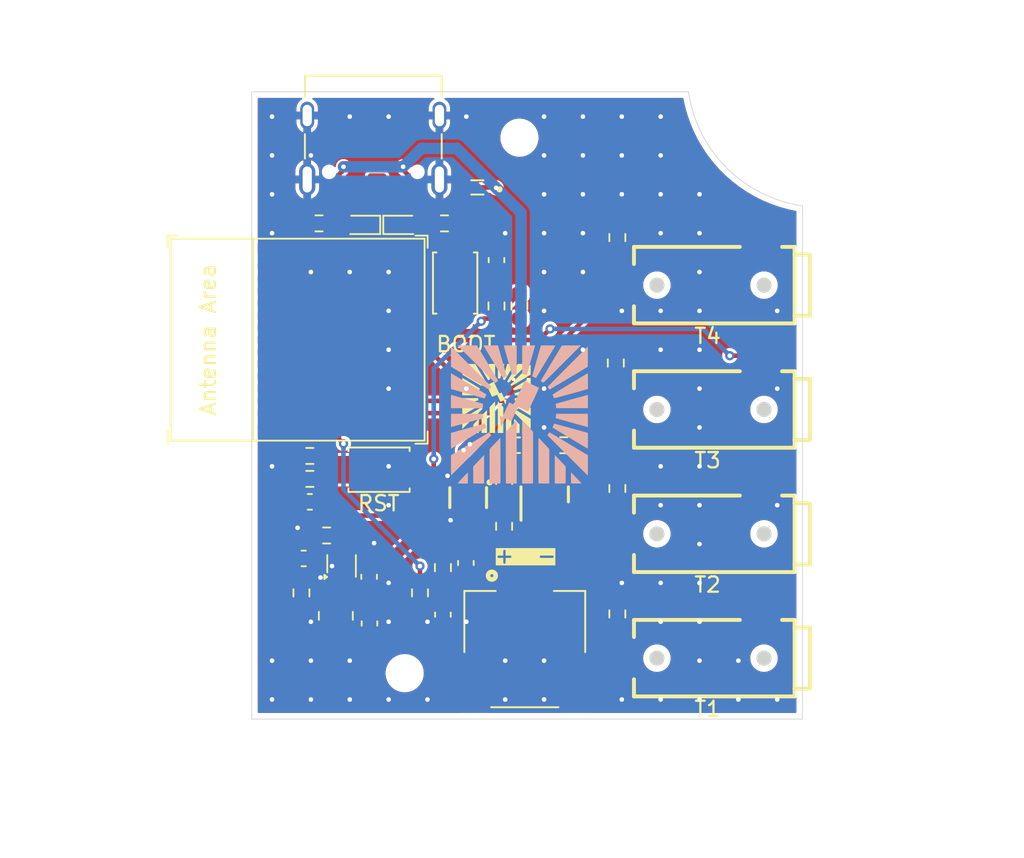
<source format=kicad_pcb>
(kicad_pcb (version 20241229) (generator "pcbnew") (generator_version "9.0")
  (layers (0 "F.Cu" signal) (2 "B.Cu" signal) (13 "F.Paste" user) (15 "B.Paste" user) (5 "F.SilkS" user "F.Silkscreen") (7 "B.SilkS" user "B.Silkscreen") (1 "F.Mask" user) (3 "B.Mask" user) (25 "Edge.Cuts" user))
  (net 0 "")
  (net 1 "GND")
  (net 2 "VBATT")
  (net 3 "Net-(SW1-B)")
  (net 4 "Net-(SW2-B)")
  (net 5 "VBUS")
  (net 6 "+3.3V")
  (net 7 "Net-(U2-FB)")
  (net 8 "BattSense")
  (net 9 "VIN")
  (net 10 "Net-(IC1-ST)")
  (net 11 "Net-(U2-SW)")
  (net 12 "Net-(USB1-CC1_B)")
  (net 13 "Net-(USB1-CC1_A)")
  (net 14 "Net-(U3-ISET)")
  (net 15 "Net-(U3-TS)")
  (net 16 "T1")
  (net 17 "T2")
  (net 18 "T3")
  (net 19 "T4")
  (net 20 "Net-(U1-GPIO2{slash}ADC1_CH2)")
  (net 21 "Net-(U1-GPIO8)")
  (net 22 "NTC_POW")
  (net 27 "USB+")
  (net 36 "USB-")
  (footprint "Custom:SOT8" (layer "F.Cu") (at 119.150001 101.024999 180)
    (property "Reference" "IC1" (hide yes))
    (property "Value" "LM66200DRLR")
  )
  (footprint "Diode_SMD:D_SOD-523" (layer "F.Cu") (at 112.2 83.2 180)
    (property "Reference" "D2" (hide yes))
    (property "Value" "ESD5B5.0ST1G")
  )
  (footprint "Custom:AUDIO-SMD_XKB_PJ-2180-SMT" (layer "F.Cu") (at 133.6365 109.7675 180)
    (property "Reference" "T1")
    (property "Value" "PJ-2180-SMT")
    (fp_poly (pts (xy 2.645722 -1.815263) (xy 2.61194 -1.941342) (xy 2.546677 -2.054381) (xy 2.454381 -2.146677) (xy 2.341342 -2.21194) (xy 2.215263 -2.245722) (xy 2.084737 -2.245722) (xy 1.958658 -2.21194) (xy 1.845619 -2.146677) (xy 1.753323 -2.054381) (xy 1.68806 -1.941342) (xy 1.654278 -1.815263) (xy 1.654278 -1.684737) (xy 1.68806 -1.558658) (xy 1.753323 -1.445619) (xy 1.845619 -1.353323) (xy 1.958658 -1.28806) (xy 2.084737 -1.254278) (xy 2.215263 -1.254278) (xy 2.341342 -1.28806) (xy 2.454381 -1.353323) (xy 2.546677 -1.445619) (xy 2.61194 -1.558658) (xy 2.645722 -1.684737)) (fill yes) (layer "Edge.Cuts"))
    (fp_poly (pts (xy -4.354278 -1.815263) (xy -4.38806 -1.941342) (xy -4.453323 -2.054381) (xy -4.545619 -2.146677) (xy -4.658658 -2.21194) (xy -4.784737 -2.245722) (xy -4.915263 -2.245722) (xy -5.041342 -2.21194) (xy -5.154381 -2.146677) (xy -5.246677 -2.054381) (xy -5.31194 -1.941342) (xy -5.345722 -1.815263) (xy -5.345722 -1.684737) (xy -5.31194 -1.558658) (xy -5.246677 -1.445619) (xy -5.154381 -1.353323) (xy -5.041342 -1.28806) (xy -4.915263 -1.254278) (xy -4.784737 -1.254278) (xy -4.658658 -1.28806) (xy -4.545619 -1.353323) (xy -4.453323 -1.445619) (xy -4.38806 -1.558658) (xy -4.354278 -1.684737)) (fill yes) (layer "Edge.Cuts"))
  )
  (footprint "MountingHole:MountingHole_2.2mm_M2_DIN965" (layer "F.Cu") (at 115 112.5)
    (property "Reference" "REF**" (hide yes))
    (property "Value" "MountingHole_2.2mm_M2_DIN965")
  )
  (footprint "Inductor_SMD:L_1008_2520Metric" (layer "F.Cu") (at 110.5 108.75 -90)
    (property "Reference" "L1" (hide yes))
    (property "Value" "1uH, 1A")
  )
  (footprint "Resistor_SMD:R_0603_1608Metric" (layer "F.Cu") (at 109.9 103.5)
    (property "Reference" "R9" (hide yes))
    (property "Value" "453K")
  )
  (footprint "Custom:SODFL1006X43N" (layer "F.Cu") (at 119.75 80.75 180)
    (property "Reference" "D3" (hide yes))
    (property "Value" "ESD9X5.0ST5G")
  )
  (footprint "Resistor_SMD:R_0603_1608Metric" (layer "F.Cu") (at 121 88.5 90)
    (property "Reference" "R2" (hide yes))
    (property "Value" "10K")
  )
  (footprint "Package_TO_SOT_SMD:SOT-563" (layer "F.Cu") (at 110.875 105.4875 90)
    (property "Reference" "U2" (hide yes))
    (property "Value" "TPS62A01DRL")
  )
  (footprint "Resistor_SMD:R_0603_1608Metric" (layer "F.Cu") (at 108.25 107.25 -90)
    (property "Reference" "R8" (hide yes))
    (property "Value" "100K")
  )
  (footprint "Capacitor_SMD:C_0603_1608Metric" (layer "F.Cu") (at 121 85.5 90)
    (property "Reference" "C2" (hide yes))
    (property "Value" "1uF")
  )
  (footprint "Diode_SMD:D_SOD-523" (layer "F.Cu") (at 114.8 83.2)
    (property "Reference" "D1" (hide yes))
    (property "Value" "ESD5B5.0ST1G")
  )
  (footprint "Custom:AUDIO-SMD_XKB_PJ-2180-SMT" (layer "F.Cu") (at 133.6365 101.6405 180)
    (property "Reference" "T2")
    (property "Value" "PJ-2180-SMT")
    (fp_poly (pts (xy 2.645722 -1.815263) (xy 2.61194 -1.941342) (xy 2.546677 -2.054381) (xy 2.454381 -2.146677) (xy 2.341342 -2.21194) (xy 2.215263 -2.245722) (xy 2.084737 -2.245722) (xy 1.958658 -2.21194) (xy 1.845619 -2.146677) (xy 1.753323 -2.054381) (xy 1.68806 -1.941342) (xy 1.654278 -1.815263) (xy 1.654278 -1.684737) (xy 1.68806 -1.558658) (xy 1.753323 -1.445619) (xy 1.845619 -1.353323) (xy 1.958658 -1.28806) (xy 2.084737 -1.254278) (xy 2.215263 -1.254278) (xy 2.341342 -1.28806) (xy 2.454381 -1.353323) (xy 2.546677 -1.445619) (xy 2.61194 -1.558658) (xy 2.645722 -1.684737)) (fill yes) (layer "Edge.Cuts"))
    (fp_poly (pts (xy -4.354278 -1.815263) (xy -4.38806 -1.941342) (xy -4.453323 -2.054381) (xy -4.545619 -2.146677) (xy -4.658658 -2.21194) (xy -4.784737 -2.245722) (xy -4.915263 -2.245722) (xy -5.041342 -2.21194) (xy -5.154381 -2.146677) (xy -5.246677 -2.054381) (xy -5.31194 -1.941342) (xy -5.345722 -1.815263) (xy -5.345722 -1.684737) (xy -5.31194 -1.558658) (xy -5.246677 -1.445619) (xy -5.154381 -1.353323) (xy -5.041342 -1.28806) (xy -4.915263 -1.254278) (xy -4.784737 -1.254278) (xy -4.658658 -1.28806) (xy -4.545619 -1.353323) (xy -4.453323 -1.445619) (xy -4.38806 -1.558658) (xy -4.354278 -1.684737)) (fill yes) (layer "Edge.Cuts"))
  )
  (footprint "Custom:Logo_5MM" (layer "F.Cu") (at 121 94.5)
    (property "Reference" "G***" (hide yes))
    (property "Value" "LOGO" (hide yes))
  )
  (footprint "Capacitor_SMD:C_0603_1608Metric" (layer "F.Cu") (at 119 105.3 -90)
    (property "Reference" "C3" (hide yes))
    (property "Value" "1uF")
  )
  (footprint "Custom:SW_TS-1088-AR02016" (layer "F.Cu") (at 118.3 87 90)
    (property "Reference" "SW2" (hide yes))
    (property "Value" "BOOT")
  )
  (footprint "Capacitor_SMD:C_0603_1608Metric" (layer "F.Cu") (at 108.8 101.3 180)
    (property "Reference" "C1" (hide yes))
    (property "Value" "1uF")
  )
  (footprint "Resistor_SMD:R_0603_1608Metric" (layer "F.Cu") (at 128.9 100.427 90)
    (property "Reference" "R13" (hide yes))
    (property "Value" "750K")
  )
  (footprint "Capacitor_SMD:C_0603_1608Metric" (layer "F.Cu") (at 117.5 108.675 -90)
    (property "Reference" "C8" (hide yes))
    (property "Value" "100nF")
  )
  (footprint "Resistor_SMD:R_0603_1608Metric" (layer "F.Cu") (at 116 107.25 90)
    (property "Reference" "R11" (hide yes))
    (property "Value" "3.3M")
  )
  (footprint "Capacitor_SMD:C_0603_1608Metric" (layer "F.Cu") (at 112.7 109.25 90)
    (property "Reference" "C6" (hide yes))
    (property "Value" "22uF")
  )
  (footprint "Resistor_SMD:R_0603_1608Metric" (layer "F.Cu") (at 109.4 83.1 180)
    (property "Reference" "R3" (hide yes))
    (property "Value" "5.1K")
  )
  (footprint "Resistor_SMD:R_0603_1608Metric" (layer "F.Cu") (at 121.5 99.9 -90)
    (property "Reference" "R5" (hide yes))
    (property "Value" "100K")
  )
  (footprint "Resistor_SMD:R_0603_1608Metric" (layer "F.Cu") (at 121.5 102.9 90)
    (property "Reference" "R7" (hide yes))
    (property "Value" "10K")
  )
  (footprint "Custom:ESP32-C3-MINI-1" (layer "F.Cu") (at 108 90.7 90)
    (property "Reference" "U1" (hide yes))
    (property "Value" "ESP32-C3-MINI-1")
  )
  (footprint "Resistor_SMD:R_0603_1608Metric" (layer "F.Cu") (at 122.5 88.5 90)
    (property "Reference" "R17" (hide yes))
    (property "Value" "100K")
  )
  (footprint "Resistor_SMD:R_0603_1608Metric" (layer "F.Cu") (at 117.5 105.6 90)
    (property "Reference" "R10" (hide yes))
    (property "Value" "1M")
  )
  (footprint "Capacitor_SMD:C_0603_1608Metric" (layer "F.Cu") (at 108.4 105)
    (property "Reference" "C7" (hide yes))
    (property "Value" "100pF")
  )
  (footprint "Resistor_SMD:R_0603_1608Metric" (layer "F.Cu") (at 125.4 97.6)
    (property "Reference" "R6" (hide yes))
    (property "Value" "1.8K")
  )
  (footprint "Resistor_SMD:R_0603_1608Metric" (layer "F.Cu") (at 108.8 99.8)
    (property "Reference" "R1" (hide yes))
    (property "Value" "10K")
  )
  (footprint "Custom:AMPHENOL_12402012E212A" (layer "F.Cu") (at 112.95 76.05 180)
    (property "Reference" "USB1" (hide yes))
    (property "Value" "12402012E212A")
  )
  (footprint "Resistor_SMD:R_0603_1608Metric" (layer "F.Cu") (at 128.8 92.227 90)
    (property "Reference" "R14" (hide yes))
    (property "Value" "750K")
  )
  (footprint "MountingHole:MountingHole_2.2mm_M2_DIN965" (layer "F.Cu") (at 122.5 77.5)
    (property "Reference" "REF**" (hide yes))
    (property "Value" "MountingHole_2.2mm_M2_DIN965")
  )
  (footprint "Resistor_SMD:R_0603_1608Metric" (layer "F.Cu") (at 108.8 98.3)
    (property "Reference" "R16" (hide yes))
    (property "Value" "100K")
  )
  (footprint "Custom:SW_TS-1088-AR02016" (layer "F.Cu") (at 113.325 99.2 180)
    (property "Reference" "SW1" (hide yes))
    (property "Value" "RST")
  )
  (footprint "Capacitor_SMD:C_0603_1608Metric" (layer "F.Cu") (at 122.4 97.6 180)
    (property "Reference" "C4" (hide yes))
    (property "Value" "1uF")
  )
  (footprint "Custom:AUDIO-SMD_XKB_PJ-2180-SMT" (layer "F.Cu") (at 133.6365 93.5135 180)
    (property "Reference" "T3")
    (property "Value" "PJ-2180-SMT")
    (fp_poly (pts (xy 2.645722 -1.815263) (xy 2.61194 -1.941342) (xy 2.546677 -2.054381) (xy 2.454381 -2.146677) (xy 2.341342 -2.21194) (xy 2.215263 -2.245722) (xy 2.084737 -2.245722) (xy 1.958658 -2.21194) (xy 1.845619 -2.146677) (xy 1.753323 -2.054381) (xy 1.68806 -1.941342) (xy 1.654278 -1.815263) (xy 1.654278 -1.684737) (xy 1.68806 -1.558658) (xy 1.753323 -1.445619) (xy 1.845619 -1.353323) (xy 1.958658 -1.28806) (xy 2.084737 -1.254278) (xy 2.215263 -1.254278) (xy 2.341342 -1.28806) (xy 2.454381 -1.353323) (xy 2.546677 -1.445619) (xy 2.61194 -1.558658) (xy 2.645722 -1.684737)) (fill yes) (layer "Edge.Cuts"))
    (fp_poly (pts (xy -4.354278 -1.815263) (xy -4.38806 -1.941342) (xy -4.453323 -2.054381) (xy -4.545619 -2.146677) (xy -4.658658 -2.21194) (xy -4.784737 -2.245722) (xy -4.915263 -2.245722) (xy -5.041342 -2.21194) (xy -5.154381 -2.146677) (xy -5.246677 -2.054381) (xy -5.31194 -1.941342) (xy -5.345722 -1.815263) (xy -5.345722 -1.684737) (xy -5.31194 -1.558658) (xy -5.246677 -1.445619) (xy -5.154381 -1.353323) (xy -5.041342 -1.28806) (xy -4.915263 -1.254278) (xy -4.784737 -1.254278) (xy -4.658658 -1.28806) (xy -4.545619 -1.353323) (xy -4.453323 -1.445619) (xy -4.38806 -1.558658) (xy -4.354278 -1.684737)) (fill yes) (layer "Edge.Cuts"))
  )
  (footprint "Custom:JST_S2B-PH-SM4-TB_LF__SN_" (layer "F.Cu") (at 122.850001 107.474999)
    (property "Reference" "BATT1" (hide yes))
    (property "Value" "BATT")
  )
  (footprint "Custom:AUDIO-SMD_XKB_PJ-2180-SMT" (layer "F.Cu") (at 133.6365 85.3865 180)
    (property "Reference" "T4")
    (property "Value" "PJ-2180-SMT")
    (fp_poly (pts (xy 2.645722 -1.815263) (xy 2.61194 -1.941342) (xy 2.546677 -2.054381) (xy 2.454381 -2.146677) (xy 2.341342 -2.21194) (xy 2.215263 -2.245722) (xy 2.084737 -2.245722) (xy 1.958658 -2.21194) (xy 1.845619 -2.146677) (xy 1.753323 -2.054381) (xy 1.68806 -1.941342) (xy 1.654278 -1.815263) (xy 1.654278 -1.684737) (xy 1.68806 -1.558658) (xy 1.753323 -1.445619) (xy 1.845619 -1.353323) (xy 1.958658 -1.28806) (xy 2.084737 -1.254278) (xy 2.215263 -1.254278) (xy 2.341342 -1.28806) (xy 2.454381 -1.353323) (xy 2.546677 -1.445619) (xy 2.61194 -1.558658) (xy 2.645722 -1.684737)) (fill yes) (layer "Edge.Cuts"))
    (fp_poly (pts (xy -4.354278 -1.815263) (xy -4.38806 -1.941342) (xy -4.453323 -2.054381) (xy -4.545619 -2.146677) (xy -4.658658 -2.21194) (xy -4.784737 -2.245722) (xy -4.915263 -2.245722) (xy -5.041342 -2.21194) (xy -5.154381 -2.146677) (xy -5.246677 -2.054381) (xy -5.31194 -1.941342) (xy -5.345722 -1.815263) (xy -5.345722 -1.684737) (xy -5.31194 -1.558658) (xy -5.246677 -1.445619) (xy -5.154381 -1.353323) (xy -5.041342 -1.28806) (xy -4.915263 -1.254278) (xy -4.784737 -1.254278) (xy -4.658658 -1.28806) (xy -4.545619 -1.353323) (xy -4.453323 -1.445619) (xy -4.38806 -1.558658) (xy -4.354278 -1.684737)) (fill yes) (layer "Edge.Cuts"))
  )
  (footprint "Resistor_SMD:R_0603_1608Metric" (layer "F.Cu") (at 128.9 84.027 90)
    (property "Reference" "R15" (hide yes))
    (property "Value" "750K")
  )
  (footprint "Resistor_SMD:R_0603_1608Metric" (layer "F.Cu") (at 128.9 108.627 90)
    (property "Reference" "R12" (hide yes))
    (property "Value" "750K")
  )
  (footprint "Capacitor_SMD:C_0603_1608Metric" (layer "F.Cu") (at 112.675 106.2 -90)
    (property "Reference" "C5" (hide yes))
    (property "Value" "4.7uF")
  )
  (footprint "Resistor_SMD:R_0603_1608Metric" (layer "F.Cu") (at 117.6 83.1 180)
    (property "Reference" "R4" (hide yes))
    (property "Value" "5.1K")
  )
  (footprint "Custom:DBV0006A_N" (layer "F.Cu") (at 124.150001 100.824999 90)
    (property "Reference" "U3" (hide yes))
    (property "Value" "BQ21040DBVR")
  )
  (footprint "Custom:Logo_10x10" (layer "B.Cu") (at 122.5 95.5 180)
    (property "Reference" "G***" (hide yes))
    (property "Value" "LOGO" (hide yes))
  )
  (gr_line (start 141 115.5) (end 105 115.5) (stroke (width 0.05)) (layer "Edge.Cuts"))
  (gr_line (start 105 115.5) (end 105 74.5) (stroke (width 0.05)) (layer "Edge.Cuts"))
  (gr_line (start 105 74.5) (end 133.55 74.5) (stroke (width 0.05)) (layer "Edge.Cuts"))
  (gr_arc (start 141 81.95) (mid 136.034998 79.465002) (end 133.55 74.5) (stroke (width 0.05)) (layer "Edge.Cuts"))
  (gr_line (start 141 81.949999) (end 141 115.5) (stroke (width 0.05)) (layer "Edge.Cuts"))
  (gr_text "+  -" (at 120.8 105.4 0) (layer "F.SilkS" knockout) (effects (font (size 1 1) (thickness 0.153)) (justify left bottom)))
  (gr_text "Antenna Area" (at 102.15 90.7 90) (layer "F.SilkS") (effects (font (size 1 1))))
  (segment (start 118.400001 102.099999) (end 118.400001 101.784999) (width 0.3) (layer "F.Cu") (net 1))
  (segment (start 117.8 99.6) (end 117.8 99.684998) (width 0.3) (layer "F.Cu") (net 1))
  (segment (start 117.8 99.684998) (end 118.400001 100.284999) (width 0.3) (layer "F.Cu") (net 1))
  (segment (start 118.400001 100.129346) (end 118.400001 100.284999) (width 0.3) (layer "F.Cu") (net 1))
  (segment (start 118 102.5) (end 118.400001 102.099999) (width 0.3) (layer "F.Cu") (net 1))
  (via (at 126.65 78.66) (size 0.6) (drill 0.3) (layers "F.Cu" "B.Cu") (net 1))
  (via (at 113 104) (size 0.6) (drill 0.3) (layers "F.Cu" "B.Cu") (net 1))
  (via (at 113.95 76.12) (size 0.6) (drill 0.3) (layers "F.Cu" "B.Cu") (net 1))
  (via (at 136.81 111.68) (size 0.6) (drill 0.3) (layers "F.Cu" "B.Cu") (net 1))
  (via (at 113.95 88.82) (size 0.6) (drill 0.3) (layers "F.Cu" "B.Cu") (net 1))
  (via (at 108.87 86.28) (size 0.6) (drill 0.3) (layers "F.Cu" "B.Cu") (net 1))
  (via (at 131.73 78.66) (size 0.6) (drill 0.3) (layers "F.Cu" "B.Cu") (net 1))
  (via (at 108.87 111.68) (size 0.6) (drill 0.3) (layers "F.Cu" "B.Cu") (net 1))
  (via (at 126.65 91.36) (size 0.6) (drill 0.3) (layers "F.Cu" "B.Cu") (net 1))
  (via (at 124.11 111.68) (size 0.6) (drill 0.3) (layers "F.Cu" "B.Cu") (net 1))
  (via (at 131.73 91.36) (size 0.6) (drill 0.3) (layers "F.Cu" "B.Cu") (net 1))
  (via (at 134.27 106.6) (size 0.6) (drill 0.3) (layers "F.Cu" "B.Cu") (net 1))
  (via (at 124.11 88.82) (size 0.6) (drill 0.3) (layers "F.Cu" "B.Cu") (net 1))
  (via (at 119.03 109.14) (size 0.6) (drill 0.3) (layers "F.Cu" "B.Cu") (net 1))
  (via (at 113.95 109.14) (size 0.6) (drill 0.3) (layers "F.Cu" "B.Cu") (net 1))
  (via (at 111.41 86.28) (size 0.6) (drill 0.3) (layers "F.Cu" "B.Cu") (net 1))
  (via (at 131.73 98.98) (size 0.6) (drill 0.3) (layers "F.Cu" "B.Cu") (net 1))
  (via (at 124.11 96.44) (size 0.6) (drill 0.3) (layers "F.Cu" "B.Cu") (net 1))
  (via (at 134.27 83.74) (size 0.6) (drill 0.3) (layers "F.Cu" "B.Cu") (net 1))
  (via (at 106.33 81.2) (size 0.6) (drill 0.3) (layers "F.Cu" "B.Cu") (net 1))
  (via (at 108 103) (size 0.6) (drill 0.3) (layers "F.Cu" "B.Cu") (net 1))
  (via (at 131.73 76.12) (size 0.6) (drill 0.3) (layers "F.Cu" "B.Cu") (net 1))
  (via (at 118 102.5) (size 0.6) (drill 0.3) (layers "F.Cu" "B.Cu") (net 1))
  (via (at 119.03 93.9) (size 0.6) (drill 0.3) (layers "F.Cu" "B.Cu") (net 1))
  (via (at 126.65 83.74) (size 0.6) (drill 0.3) (layers "F.Cu" "B.Cu") (net 1))
  (via (at 106.33 76.12) (size 0.6) (drill 0.3) (layers "F.Cu" "B.Cu") (net 1))
  (via (at 108.87 78.66) (size 0.6) (drill 0.3) (layers "F.Cu" "B.Cu") (net 1))
  (via (at 134.27 91.36) (size 0.6) (drill 0.3) (layers "F.Cu" "B.Cu") (net 1))
  (via (at 129.19 81.2) (size 0.6) (drill 0.3) (layers "F.Cu" "B.Cu") (net 1))
  (via (at 131.73 88.82) (size 0.6) (drill 0.3) (layers "F.Cu" "B.Cu") (net 1))
  (via (at 134.27 98.98) (size 0.6) (drill 0.3) (layers "F.Cu" "B.Cu") (net 1))
  (via (at 129.19 114.22) (size 0.6) (drill 0.3) (layers "F.Cu" "B.Cu") (net 1))
  (via (at 131.73 114.22) (size 0.6) (drill 0.3) (layers "F.Cu" "B.Cu") (net 1))
  (via (at 124.11 86.28) (size 0.6) (drill 0.3) (layers "F.Cu" "B.Cu") (net 1))
  (via (at 134.27 104.06) (size 0.6) (drill 0.3) (layers "F.Cu" "B.Cu") (net 1))
  (via (at 116.49 114.22) (size 0.6) (drill 0.3) (layers "F.Cu" "B.Cu") (net 1))
  (via (at 106.33 114.22) (size 0.6) (drill 0.3) (layers "F.Cu" "B.Cu") (net 1))
  (via (at 139.35 93.9) (size 0.6) (drill 0.3) (layers "F.Cu" "B.Cu") (net 1))
  (via (at 116.49 109.14) (size 0.6) (drill 0.3) (layers "F.Cu" "B.Cu") (net 1))
  (via (at 106.33 98.98) (size 0.6) (drill 0.3) (layers "F.Cu" "B.Cu") (net 1))
  (via (at 134.27 96.44) (size 0.6) (drill 0.3) (layers "F.Cu" "B.Cu") (net 1))
  (via (at 106.33 83.74) (size 0.6) (drill 0.3) (layers "F.Cu" "B.Cu") (net 1))
  (via (at 134.27 111.68) (size 0.6) (drill 0.3) (layers "F.Cu" "B.Cu") (net 1))
  (via (at 124.11 93.9) (size 0.6) (drill 0.3) (layers "F.Cu" "B.Cu") (net 1))
  (via (at 131.73 101.52) (size 0.6) (drill 0.3) (layers "F.Cu" "B.Cu") (net 1))
  (via (at 126.65 81.2) (size 0.6) (drill 0.3) (layers "F.Cu" "B.Cu") (net 1))
  (via (at 117.8 99.6) (size 0.6) (drill 0.3) (layers "F.Cu" "B.Cu") (net 1))
  (via (at 113.95 86.28) (size 0.6) (drill 0.3) (layers "F.Cu" "B.Cu") (net 1))
  (via (at 134.27 81.2) (size 0.6) (drill 0.3) (layers "F.Cu" "B.Cu") (net 1))
  (via (at 124.11 83.74) (size 0.6) (drill 0.3) (layers "F.Cu" "B.Cu") (net 1))
  (via (at 139.35 114.22) (size 0.6) (drill 0.3) (layers "F.Cu" "B.Cu") (net 1))
  (via (at 108.87 114.22) (size 0.6) (drill 0.3) (layers "F.Cu" "B.Cu") (net 1))
  (via (at 110.25 105.5) (size 0.6) (drill 0.3) (layers "F.Cu" "B.Cu") (net 1))
  (via (at 129.19 76.12) (size 0.6) (drill 0.3) (layers "F.Cu" "B.Cu") (net 1))
  (via (at 131.73 81.2) (size 0.6) (drill 0.3) (layers "F.Cu" "B.Cu") (net 1))
  (via (at 134.27 109.14) (size 0.6) (drill 0.3) (layers "F.Cu" "B.Cu") (net 1))
  (via (at 119.03 76.12) (size 0.6) (drill 0.3) (layers "F.Cu" "B.Cu") (net 1))
  (via (at 111.41 114.22) (size 0.6) (drill 0.3) (layers "F.Cu" "B.Cu") (net 1))
  (via (at 111.41 111.68) (size 0.6) (drill 0.3) (layers "F.Cu" "B.Cu") (net 1))
  (via (at 124.11 114.22) (size 0.6) (drill 0.3) (layers "F.Cu" "B.Cu") (net 1))
  (via (at 134.27 114.22) (size 0.6) (drill 0.3) (layers "F.Cu" "B.Cu") (net 1))
  (via (at 134.27 86.28) (size 0.6) (drill 0.3) (layers "F.Cu" "B.Cu") (net 1))
  (via (at 113.95 114.22) (size 0.6) (drill 0.3) (layers "F.Cu" "B.Cu") (net 1))
  (via (at 111.41 76.12) (size 0.6) (drill 0.3) (layers "F.Cu" "B.Cu") (net 1))
  (via (at 139.35 101.52) (size 0.6) (drill 0.3) (layers "F.Cu" "B.Cu") (net 1))
  (via (at 113.95 91.36) (size 0.6) (drill 0.3) (layers "F.Cu" "B.Cu") (net 1))
  (via (at 131.73 106.6) (size 0.6) (drill 0.3) (layers "F.Cu" "B.Cu") (net 1))
  (via (at 108.87 109.14) (size 0.6) (drill 0.3) (layers "F.Cu" "B.Cu") (net 1))
  (via (at 129.19 106.6) (size 0.6) (drill 0.3) (layers "F.Cu" "B.Cu") (net 1))
  (via (at 106.33 78.66) (size 0.6) (drill 0.3) (layers "F.Cu" "B.Cu") (net 1))
  (via (at 113.95 106.6) (size 0.6) (drill 0.3) (layers "F.Cu" "B.Cu") (net 1))
  (via (at 131.73 109.14) (size 0.6) (drill 0.3) (layers "F.Cu" "B.Cu") (net 1))
  (via (at 134.27 93.9) (size 0.6) (drill 0.3) (layers "F.Cu" "B.Cu") (net 1))
  (via (at 124.11 78.66) (size 0.6) (drill 0.3) (layers "F.Cu" "B.Cu") (net 1))
  (via (at 106.33 111.68) (size 0.6) (drill 0.3) (layers "F.Cu" "B.Cu") (net 1))
  (via (at 136.81 114.22) (size 0.6) (drill 0.3) (layers "F.Cu" "B.Cu") (net 1))
  (via (at 131.73 83.74) (size 0.6) (drill 0.3) (layers "F.Cu" "B.Cu") (net 1))
  (via (at 134.27 101.52) (size 0.6) (drill 0.3) (layers "F.Cu" "B.Cu") (net 1))
  (via (at 139.35 88.82) (size 0.6) (drill 0.3) (layers "F.Cu" "B.Cu") (net 1))
  (via (at 124.11 81.2) (size 0.6) (drill 0.3) (layers "F.Cu" "B.Cu") (net 1))
  (via (at 126.65 76.12) (size 0.6) (drill 0.3) (layers "F.Cu" "B.Cu") (net 1))
  (via (at 129.19 88.82) (size 0.6) (drill 0.3) (layers "F.Cu" "B.Cu") (net 1))
  (via (at 134.27 88.82) (size 0.6) (drill 0.3) (layers "F.Cu" "B.Cu") (net 1))
  (via (at 113.95 101.52) (size 0.6) (drill 0.3) (layers "F.Cu" "B.Cu") (net 1))
  (via (at 126.65 86.28) (size 0.6) (drill 0.3) (layers "F.Cu" "B.Cu") (net 1))
  (via (at 113.95 93.9) (size 0.6) (drill 0.3) (layers "F.Cu" "B.Cu") (net 1))
  (via (at 113.95 98.98) (size 0.6) (drill 0.3) (layers "F.Cu" "B.Cu") (net 1))
  (via (at 121.57 114.22) (size 0.6) (drill 0.3) (layers "F.Cu" "B.Cu") (net 1))
  (via (at 129.19 78.66) (size 0.6) (drill 0.3) (layers "F.Cu" "B.Cu") (net 1))
  (via (at 124.11 76.12) (size 0.6) (drill 0.3) (layers "F.Cu" "B.Cu") (net 1))
  (via (at 121.57 83.74) (size 0.6) (drill 0.3) (layers "F.Cu" "B.Cu") (net 1))
  (via (at 121.57 111.68) (size 0.6) (drill 0.3) (layers "F.Cu" "B.Cu") (net 1))
  (via (at 109.5 106.25) (size 0.6) (drill 0.3) (layers "F.Cu" "B.Cu") (net 1))
  (segment (start 124.150001 103.1) (end 124.150001 102.2) (width 0.75) (layer "F.Cu") (net 2))
  (segment (start 117.5 104.775) (end 117.5 104.623) (width 0.3) (layer "F.Cu") (net 2))
  (segment (start 118.900001 101.764999) (end 118.9 102.695999) (width 0.3) (layer "F.Cu") (net 2))
  (segment (start 121.850001 107.474999) (end 121.850001 106.072999) (width 0.75) (layer "F.Cu") (net 2))
  (segment (start 119 104.525) (end 118.9 104.425) (width 0.75) (layer "F.Cu") (net 2))
  (segment (start 121.850001 107.474999) (end 121.850001 105.4) (width 0.75) (layer "F.Cu") (net 2))
  (segment (start 121.850001 105.4) (end 124.150001 103.1) (width 0.75) (layer "F.Cu") (net 2))
  (segment (start 117.75 104.525) (end 117.5 104.775) (width 0.3) (layer "F.Cu") (net 2))
  (segment (start 118.675 104.525) (end 117.75 104.525) (width 0.3) (layer "F.Cu") (net 2))
  (segment (start 121.850001 106.072999) (end 120.302002 104.525) (width 0.75) (layer "F.Cu") (net 2))
  (segment (start 121.850001 107.474999) (end 121.825001 107.474999) (width 0.75) (layer "F.Cu") (net 2))
  (segment (start 118.925 104.775) (end 118.675 104.525) (width 0.3) (layer "F.Cu") (net 2))
  (segment (start 118.9 104.425) (end 118.9 102.695999) (width 0.75) (layer "F.Cu") (net 2))
  (segment (start 120.302002 104.525) (end 119 104.525) (width 0.75) (layer "F.Cu") (net 2))
  (segment (start 112.3 96.6) (end 112.3 98.15) (width 0.3) (layer "F.Cu") (net 3))
  (segment (start 112.3 98.15) (end 111.25 99.2) (width 0.3) (layer "F.Cu") (net 3))
  (segment (start 109.575 101.3) (end 109.575 99.85) (width 0.3) (layer "F.Cu") (net 3))
  (segment (start 110.65 99.8) (end 111.25 99.2) (width 0.3) (layer "F.Cu") (net 3))
  (segment (start 109.625 99.8) (end 110.65 99.8) (width 0.3) (layer "F.Cu") (net 3))
  (segment (start 109.575 99.85) (end 109.625 99.8) (width 0.3) (layer "F.Cu") (net 3))
  (segment (start 120.275 86.275) (end 121 86.275) (width 0.3) (layer "F.Cu") (net 4))
  (segment (start 115.6 86.7) (end 116.525 86.7) (width 0.3) (layer "F.Cu") (net 4))
  (segment (start 118.3 84.925) (end 118.925 84.925) (width 0.3) (layer "F.Cu") (net 4))
  (segment (start 116.525 86.7) (end 118.3 84.925) (width 0.3) (layer "F.Cu") (net 4))
  (segment (start 121 87.675) (end 121 86.275) (width 0.3) (layer "F.Cu") (net 4))
  (segment (start 118.925 84.925) (end 120.275 86.275) (width 0.3) (layer "F.Cu") (net 4))
  (segment (start 118.875001 98.924999) (end 118.875001 99.373999) (width 0.75) (layer "F.Cu") (net 5))
  (segment (start 118.900001 99.398999) (end 118.875001 99.373999) (width 0.3) (layer "F.Cu") (net 5))
  (segment (start 123.175 97.6) (end 123.2 97.625) (width 0.75) (layer "F.Cu") (net 5))
  (segment (start 111 79.612766) (end 110.686 79.926766) (width 0.3) (layer "F.Cu") (net 5))
  (segment (start 122.674999 98.924999) (end 118.875001 98.924999) (width 0.75) (layer "F.Cu") (net 5))
  (segment (start 111 79.4) (end 111 79.612766) (width 0.3) (layer "F.Cu") (net 5))
  (segment (start 115.214 79.926766) (end 115.214 80.664) (width 0.3) (layer "F.Cu") (net 5))
  (segment (start 118.875001 99.373999) (end 118.9 99.373999) (width 0.75) (layer "F.Cu") (net 5))
  (segment (start 110.686 80.664) (end 110.55 80.8) (width 0.3) (layer "F.Cu") (net 5))
  (segment (start 118.850001 98.899999) (end 118.875001 98.924999) (width 0.75) (layer "F.Cu") (net 5))
  (segment (start 118.900001 100.284999) (end 118.900001 99.398999) (width 0.3) (layer "F.Cu") (net 5))
  (segment (start 120.23 80.75) (end 120.95 80.75) (width 0.3) (layer "F.Cu") (net 5))
  (segment (start 114.9 79.612766) (end 115.214 79.926766) (width 0.3) (layer "F.Cu") (net 5))
  (segment (start 114.9 79.4) (end 114.9 79.612766) (width 0.3) (layer "F.Cu") (net 5))
  (segment (start 119.262501 97.537499) (end 118.850001 97.949999) (width 0.75) (layer "F.Cu") (net 5))
  (segment (start 118.850001 97.949999) (end 118.850001 98.899999) (width 0.75) (layer "F.Cu") (net 5))
  (segment (start 123.2 97.625) (end 123.2 99.45) (width 0.75) (layer "F.Cu") (net 5))
  (segment (start 115.214 80.664) (end 115.35 80.8) (width 0.3) (layer "F.Cu") (net 5))
  (segment (start 123.2 99.45) (end 122.674999 98.924999) (width 0.75) (layer "F.Cu") (net 5))
  (segment (start 110.686 79.926766) (end 110.686 80.664) (width 0.3) (layer "F.Cu") (net 5))
  (segment (start 119.175001 97.624999) (end 119.150001 97.624999) (width 0.75) (layer "F.Cu") (net 5))
  (segment (start 119.150001 97.624999) (end 118.850001 97.924999) (width 0.75) (layer "F.Cu") (net 5))
  (via (at 111 79.4) (size 0.6) (drill 0.3) (layers "F.Cu" "B.Cu") (net 5))
  (via (at 118.850001 97.924999) (size 0.6) (drill 0.3) (layers "F.Cu" "B.Cu") (net 5))
  (via (at 119.262501 97.537499) (size 0.6) (drill 0.3) (layers "F.Cu" "B.Cu") (net 5))
  (via (at 114.9 79.4) (size 0.6) (drill 0.3) (layers "F.Cu" "B.Cu") (net 5))
  (via (at 120.975 80.775) (size 0.6) (drill 0.3) (layers "F.Cu" "B.Cu") (net 5))
  (segment (start 114.9 79.4) (end 116.1 78.2) (width 0.75) (layer "B.Cu") (net 5))
  (segment (start 118.875001 97.924999) (end 118.850001 97.924999) (width 0.75) (layer "B.Cu") (net 5))
  (segment (start 118.4 78.2) (end 122.6 82.4) (width 0.75) (layer "B.Cu") (net 5))
  (segment (start 122.6 94.2) (end 118.875001 97.924999) (width 0.75) (layer "B.Cu") (net 5))
  (segment (start 111 79.4) (end 114.9 79.4) (width 0.75) (layer "B.Cu") (net 5))
  (segment (start 122.6 82.4) (end 122.6 94.2) (width 0.75) (layer "B.Cu") (net 5))
  (segment (start 116.1 78.2) (end 118.4 78.2) (width 0.75) (layer "B.Cu") (net 5))
  (segment (start 109.075 103.5) (end 109.075 103.55) (width 0.3) (layer "F.Cu") (net 6))
  (segment (start 108.3 97.975) (end 108.3 96.6) (width 0.75) (layer "F.Cu") (net 6))
  (segment (start 106.4 103.9) (end 106.4 100.9) (width 0.75) (layer "F.Cu") (net 6))
  (segment (start 107.975 98.3) (end 108.3 97.975) (width 0.75) (layer "F.Cu") (net 6))
  (segment (start 116.9 100.4) (end 115.1 102.2) (width 0.3) (layer "F.Cu") (net 6))
  (segment (start 106.4 100.9) (end 107.5 99.8) (width 0.75) (layer "F.Cu") (net 6))
  (segment (start 107.5 99.8) (end 107.975 99.8) (width 0.75) (layer "F.Cu") (net 6))
  (segment (start 106.4 103.9) (end 106.4 105) (width 0.75) (layer "F.Cu") (net 6))
  (segment (start 120.175 89.325) (end 120 89.5) (width 0.3) (layer "F.Cu") (net 6))
  (segment (start 109.075 103.55) (end 107.625 105) (width 0.3) (layer "F.Cu") (net 6))
  (segment (start 115.1 102.2) (end 110.5 102.2) (width 0.3) (layer "F.Cu") (net 6))
  (segment (start 110.5 102.2) (end 109.2 103.5) (width 0.3) (layer "F.Cu") (net 6))
  (segment (start 106.4 105) (end 106.4 109) (width 0.75) (layer "F.Cu") (net 6))
  (segment (start 121 89.325) (end 120.175 89.325) (width 0.3) (layer "F.Cu") (net 6))
  (segment (start 120.675 89.075) (end 120.8 89.2) (width 0.3) (layer "F.Cu") (net 6))
  (segment (start 107.425 110.025) (end 112.7 110.025) (width 0.75) (layer "F.Cu") (net 6))
  (segment (start 106.4 105) (end 107.625 105) (width 0.75) (layer "F.Cu") (net 6))
  (segment (start 116.9 98.5) (end 116.9 100.4) (width 0.3) (layer "F.Cu") (net 6))
  (segment (start 109.2 103.5) (end 109.075 103.5) (width 0.3) (layer "F.Cu") (net 6))
  (segment (start 122.5 89.325) (end 121 89.325) (width 0.3) (layer "F.Cu") (net 6))
  (segment (start 106.4 109) (end 107.425 110.025) (width 0.75) (layer "F.Cu") (net 6))
  (segment (start 120.975 89.3) (end 121 89.325) (width 0.75) (layer "F.Cu") (net 6))
  (segment (start 107.975 99.8) (end 107.975 98.3) (width 0.75) (layer "F.Cu") (net 6))
  (via (at 120 89.5) (size 0.6) (drill 0.3) (layers "F.Cu" "B.Cu") (net 6))
  (via (at 116.9 98.5) (size 0.6) (drill 0.3) (layers "F.Cu" "B.Cu") (net 6))
  (segment (start 116.9 98.5) (end 116.9 92.6) (width 0.3) (layer "B.Cu") (net 6))
  (segment (start 116.9 92.6) (end 120 89.5) (width 0.3) (layer "B.Cu") (net 6))
  (segment (start 108.25 105.925) (end 109.175 105) (width 0.3) (layer "F.Cu") (net 7))
  (segment (start 109.175 104.725) (end 110.4 103.5) (width 0.3) (layer "F.Cu") (net 7))
  (segment (start 108.25 106.425) (end 108.25 105.925) (width 0.3) (layer "F.Cu") (net 7))
  (segment (start 110.875 104.775) (end 110.875 103.65) (width 0.25) (layer "F.Cu") (net 7))
  (segment (start 109.175 105) (end 109.175 104.725) (width 0.3) (layer "F.Cu") (net 7))
  (segment (start 110.875 103.65) (end 110.725 103.5) (width 0.25) (layer "F.Cu") (net 7))
  (segment (start 110.4 103.5) (end 110.725 103.5) (width 0.3) (layer "F.Cu") (net 7))
  (segment (start 117.5 107.9) (end 117.5 106.425) (width 0.3) (layer "F.Cu") (net 8))
  (segment (start 116 106.425) (end 116 105.5) (width 0.3) (layer "F.Cu") (net 8))
  (segment (start 116 106.425) (end 117.5 106.425) (width 0.3) (layer "F.Cu") (net 8))
  (segment (start 110.7 97.2) (end 110.7 96.6) (width 0.3) (layer "F.Cu") (net 8))
  (segment (start 111 97.5) (end 110.7 97.2) (width 0.3) (layer "F.Cu") (net 8))
  (segment (start 116 106.675) (end 116.25 106.425) (width 0.3) (layer "F.Cu") (net 8))
  (via (at 111 97.5) (size 0.6) (drill 0.3) (layers "F.Cu" "B.Cu") (net 8))
  (via (at 116 105.5) (size 0.6) (drill 0.3) (layers "F.Cu" "B.Cu") (net 8))
  (segment (start 111 97.5) (end 111 100.5) (width 0.3) (layer "B.Cu") (net 8))
  (segment (start 111 100.5) (end 116 105.5) (width 0.3) (layer "B.Cu") (net 8))
  (segment (start 111.426 104.75) (end 111.401 104.775) (width 0.3) (layer "F.Cu") (net 9))
  (segment (start 111.9 106.2) (end 112.675 105.425) (width 0.3) (layer "F.Cu") (net 9))
  (segment (start 113.775 105.425) (end 117.674001 101.525999) (width 0.75) (layer "F.Cu") (net 9))
  (segment (start 112 104.75) (end 111.426 104.75) (width 0.3) (layer "F.Cu") (net 9))
  (segment (start 119.400001 101.024999) (end 119.400001 101.764999) (width 0.3) (layer "F.Cu") (net 9))
  (segment (start 112.675 105.425) (end 113.775 105.425) (width 0.75) (layer "F.Cu") (net 9))
  (segment (start 117.774001 101.024999) (end 119.400001 101.024999) (width 0.4) (layer "F.Cu") (net 9))
  (segment (start 119.400001 100.284999) (end 119.400001 101.024999) (width 0.3) (layer "F.Cu") (net 9))
  (segment (start 112.675 105.425) (end 112 104.75) (width 0.3) (layer "F.Cu") (net 9))
  (segment (start 117.674001 101.525999) (end 117.674001 101.124999) (width 0.75) (layer "F.Cu") (net 9))
  (segment (start 117.674001 101.124999) (end 117.774001 101.024999) (width 0.4) (layer "F.Cu") (net 9))
  (segment (start 111.375 106.2) (end 111.9 106.2) (width 0.3) (layer "F.Cu") (net 9))
  (segment (start 119.950957 101.764999) (end 119.900001 101.764999) (width 0.3) (layer "F.Cu") (net 10))
  (segment (start 121.5 100.725) (end 120.990956 100.725) (width 0.3) (layer "F.Cu") (net 10))
  (segment (start 120.990956 100.725) (end 119.950957 101.764999) (width 0.3) (layer "F.Cu") (net 10))
  (segment (start 111.2 80.8) (end 111.2 81.5) (width 0.2) (layer "F.Cu") (net 12))
  (segment (start 110.225 82.475) (end 110.225 83.1) (width 0.2) (layer "F.Cu") (net 12))
  (segment (start 111.2 81.5) (end 110.225 82.475) (width 0.2) (layer "F.Cu") (net 12))
  (segment (start 114.2 81.589968) (end 114.910032 82.3) (width 0.2) (layer "F.Cu") (net 13))
  (segment (start 114.2 80.8) (end 114.2 81.589968) (width 0.2) (layer "F.Cu") (net 13))
  (segment (start 114.910032 82.3) (end 115.975 82.3) (width 0.2) (layer "F.Cu") (net 13))
  (segment (start 115.975 82.3) (end 116.775 83.1) (width 0.2) (layer "F.Cu") (net 13))
  (segment (start 125.099999 99.45) (end 125.099999 98.725001) (width 0.3) (layer "F.Cu") (net 14))
  (segment (start 125.099999 98.725001) (end 126.225 97.6) (width 0.3) (layer "F.Cu") (net 14))
  (segment (start 123.025 102.2) (end 121.5 103.725) (width 0.3) (layer "F.Cu") (net 15))
  (segment (start 123.2 102.2) (end 123.025 102.2) (width 0.3) (layer "F.Cu") (net 15))
  (segment (start 125.9 95.5) (end 127.1345 96.7345) (width 0.3) (layer "F.Cu") (net 16))
  (segment (start 128.9865 111.5175) (end 128.9865 109.5385) (width 0.3) (layer "F.Cu") (net 16))
  (segment (start 128.9865 109.5385) (end 128.9 109.452) (width 0.3) (layer "F.Cu") (net 16))
  (segment (start 127.1345 96.7345) (end 127.1345 109.6655) (width 0.3) (layer "F.Cu") (net 16))
  (segment (start 115.6 95.5) (end 125.9 95.5) (width 0.3) (layer "F.Cu") (net 16))
  (segment (start 127.1345 109.6655) (end 128.9865 111.5175) (width 0.3) (layer "F.Cu") (net 16))
  (segment (start 125.808521 94.7) (end 127.6355 96.526979) (width 0.3) (layer "F.Cu") (net 17))
  (segment (start 115.6 94.7) (end 125.808521 94.7) (width 0.3) (layer "F.Cu") (net 17))
  (segment (start 128.9865 101.3385) (end 128.9 101.252) (width 0.3) (layer "F.Cu") (net 17))
  (segment (start 127.6355 96.526979) (end 127.6355 99.9875) (width 0.3) (layer "F.Cu") (net 17))
  (segment (start 127.6355 99.9875) (end 128.9 101.252) (width 0.3) (layer "F.Cu") (net 17))
  (segment (start 128.9865 103.3905) (end 128.9865 101.3385) (width 0.3) (layer "F.Cu") (net 17))
  (segment (start 128.9865 93.2385) (end 128.8 93.052) (width 0.3) (layer "F.Cu") (net 18))
  (segment (start 115.915226 90.7) (end 118.267226 93.052) (width 0.3) (layer "F.Cu") (net 18))
  (segment (start 118.267226 93.052) (end 126.775 93.052) (width 0.3) (layer "F.Cu") (net 18))
  (segment (start 126.775 93.052) (end 128.9865 95.2635) (width 0.3) (layer "F.Cu") (net 18))
  (segment (start 128.9865 95.2635) (end 128.9865 93.2385) (width 0.3) (layer "F.Cu") (net 18))
  (segment (start 115.6 90.7) (end 115.915226 90.7) (width 0.3) (layer "F.Cu") (net 18))
  (segment (start 128.9865 84.9385) (end 128.9 84.852) (width 0.3) (layer "F.Cu") (net 19))
  (segment (start 124.723 91.4) (end 128.9865 87.1365) (width 0.3) (layer "F.Cu") (net 19))
  (segment (start 116.102 89.9) (end 117.602 91.4) (width 0.3) (layer "F.Cu") (net 19))
  (segment (start 115.6 89.9) (end 116.102 89.9) (width 0.3) (layer "F.Cu") (net 19))
  (segment (start 117.602 91.4) (end 124.723 91.4) (width 0.3) (layer "F.Cu") (net 19))
  (segment (start 128.9865 87.022021) (end 128.9865 86.1365) (width 0.3) (layer "F.Cu") (net 19))
  (segment (start 128.9865 87.1365) (end 128.9865 84.9385) (width 0.3) (layer "F.Cu") (net 19))
  (segment (start 109.9 98.025) (end 109.625 98.3) (width 0.3) (layer "F.Cu") (net 20))
  (segment (start 109.9 96.6) (end 109.9 98.025) (width 0.3) (layer "F.Cu") (net 20))
  (segment (start 115.6 87.5) (end 119 87.5) (width 0.3) (layer "F.Cu") (net 21))
  (segment (start 120.074 88.574) (end 121.601 88.574) (width 0.3) (layer "F.Cu") (net 21))
  (segment (start 121.601 88.574) (end 122.5 87.675) (width 0.3) (layer "F.Cu") (net 21))
  (segment (start 119 87.5) (end 120.074 88.574) (width 0.3) (layer "F.Cu") (net 21))
  (segment (start 137.439778 100.737222) (end 138.2865 99.8905) (width 0.3) (layer "F.Cu") (net 22))
  (segment (start 136.25 91.75) (end 138.273 91.75) (width 0.3) (layer "F.Cu") (net 22))
  (segment (start 138.2865 99.8905) (end 137.489778 99.093778) (width 0.2) (layer "F.Cu") (net 22))
  (segment (start 137.439778 99.043778) (end 137.439778 92.610222) (width 0.3) (layer "F.Cu") (net 22))
  (segment (start 116.048 89.1) (end 117.674 90.726) (width 0.3) (layer "F.Cu") (net 22))
  (segment (start 137.439778 84.483222) (end 138.2865 83.6365) (width 0.3) (layer "F.Cu") (net 22))
  (segment (start 137.439778 107.170778) (end 137.439778 100.737222) (width 0.3) (layer "F.Cu") (net 22))
  (segment (start 138.2865 91.7635) (end 137.439778 90.916778) (width 0.3) (layer "F.Cu") (net 22))
  (segment (start 138.273 91.75) (end 138.2865 91.7635) (width 0.3) (layer "F.Cu") (net 22))
  (segment (start 117.674 90.726) (end 123.774 90.726) (width 0.3) (layer "F.Cu") (net 22))
  (segment (start 138.2865 91.7635) (end 137.489778 90.966778) (width 0.2) (layer "F.Cu") (net 22))
  (segment (start 137.439778 92.610222) (end 138.2865 91.7635) (width 0.3) (layer "F.Cu") (net 22))
  (segment (start 138.2865 108.0175) (end 137.439778 107.170778) (width 0.3) (layer "F.Cu") (net 22))
  (segment (start 137.489778 84.433222) (end 138.2865 83.6365) (width 0.2) (layer "F.Cu") (net 22))
  (segment (start 123.774 90.726) (end 124.5 90) (width 0.3) (layer "F.Cu") (net 22))
  (segment (start 115.6 89.1) (end 116.048 89.1) (width 0.3) (layer "F.Cu") (net 22))
  (segment (start 137.489778 92.560222) (end 138.2865 91.7635) (width 0.2) (layer "F.Cu") (net 22))
  (segment (start 137.4 84.523) (end 138.2865 83.6365) (width 0.3) (layer "F.Cu") (net 22))
  (segment (start 138.2865 99.8905) (end 137.439778 99.043778) (width 0.3) (layer "F.Cu") (net 22))
  (segment (start 137.439778 90.916778) (end 137.439778 84.483222) (width 0.3) (layer "F.Cu") (net 22))
  (via (at 136.25 91.75) (size 0.6) (drill 0.3) (layers "F.Cu" "B.Cu") (net 22))
  (via (at 124.5 90) (size 0.6) (drill 0.3) (layers "F.Cu" "B.Cu") (net 22))
  (segment (start 124.5 90) (end 134.5 90) (width 0.3) (layer "B.Cu") (net 22))
  (segment (start 134.5 90) (end 136.25 91.75) (width 0.3) (layer "B.Cu") (net 22))
  (segment (start 113.2 81.622) (end 113.2 80.8) (width 0.2) (layer "F.Cu") (net 27))
  (segment (start 112.2 81.622) (end 112.249 81.671) (width 0.2) (layer "F.Cu") (net 27))
  (segment (start 112.249 81.671) (end 113.151 81.671) (width 0.2) (layer "F.Cu") (net 27))
  (segment (start 113.151 81.671) (end 113.2 81.622) (width 0.2) (layer "F.Cu") (net 27))
  (segment (start 113.1 84.6) (end 113.275 84.425) (width 0.2) (layer "F.Cu") (net 27))
  (segment (start 112.9 82.674999) (end 113.249 82.325999) (width 0.2) (layer "F.Cu") (net 27))
  (segment (start 113.249 80.849) (end 113.2 80.8) (width 0.2) (layer "F.Cu") (net 27))
  (segment (start 113.249 82.325999) (end 113.249 80.849) (width 0.2) (layer "F.Cu") (net 27))
  (segment (start 112.9 83.2) (end 112.9 82.674999) (width 0.2) (layer "F.Cu") (net 27))
  (segment (start 113.275 84.425) (end 113.275 84.100001) (width 0.2) (layer "F.Cu") (net 27))
  (segment (start 113.1 84.8) (end 113.1 84.6) (width 0.2) (layer "F.Cu") (net 27))
  (segment (start 112.9 83.725001) (end 112.9 83.2) (width 0.2) (layer "F.Cu") (net 27))
  (segment (start 113.275 84.100001) (end 112.9 83.725001) (width 0.2) (layer "F.Cu") (net 27))
  (segment (start 112.2 80.8) (end 112.2 81.622) (width 0.2) (layer "F.Cu") (net 27))
  (segment (start 112.7 80.8) (end 112.7 79.978) (width 0.2) (layer "F.Cu") (net 36))
  (segment (start 112.7 79.978) (end 112.749 79.929) (width 0.2) (layer "F.Cu") (net 36))
  (segment (start 113.725 84.100001) (end 114.1 83.725001) (width 0.2) (layer "F.Cu") (net 36))
  (segment (start 114.1 82.674999) (end 113.7 82.274999) (width 0.2) (layer "F.Cu") (net 36))
  (segment (start 113.9 84.6) (end 113.725 84.425) (width 0.2) (layer "F.Cu") (net 36))
  (segment (start 113.7 82.274999) (end 113.7 80.8) (width 0.2) (layer "F.Cu") (net 36))
  (segment (start 113.629 79.929) (end 113.7 80) (width 0.2) (layer "F.Cu") (net 36))
  (segment (start 114.1 83.2) (end 114.1 82.674999) (width 0.2) (layer "F.Cu") (net 36))
  (segment (start 113.7 80) (end 113.7 80.8) (width 0.2) (layer "F.Cu") (net 36))
  (segment (start 113.9 84.8) (end 113.9 84.6) (width 0.2) (layer "F.Cu") (net 36))
  (segment (start 113.725 84.425) (end 113.725 84.100001) (width 0.2) (layer "F.Cu") (net 36))
  (segment (start 114.1 83.725001) (end 114.1 83.2) (width 0.2) (layer "F.Cu") (net 36))
  (segment (start 112.749 79.929) (end 113.629 79.929) (width 0.2) (layer "F.Cu") (net 36))
  (zone (net 11) (net_name "Net-(U2-SW)") (layer "F.Cu") (priority 10) (connect_pads yes (clearance 0.05)) (min_thickness 0.05) (fill yes (thermal_gap 0.5) (thermal_bridge_width 0.5) (smoothing fillet) (radius 0.25) (island_removal_mode 1) (island_area_min 10))
    (polygon (pts (xy 110.675 105.8) (xy 110.675 107.3) (xy 111.075 107.3) (xy 111.075 105.8)))
  )
  (zone (net 1) (net_name "GND") (layers "F.Cu" "B.Cu") (connect_pads (clearance 0.1)) (min_thickness 0.1) (fill yes (thermal_gap 0.25) (thermal_bridge_width 0.5) (smoothing fillet) (radius 0.25))
    (polygon (pts (xy 94 68.5) (xy 94 120.5) (xy 155.5 120.5) (xy 155.5 68.5)))
  )
)
</source>
